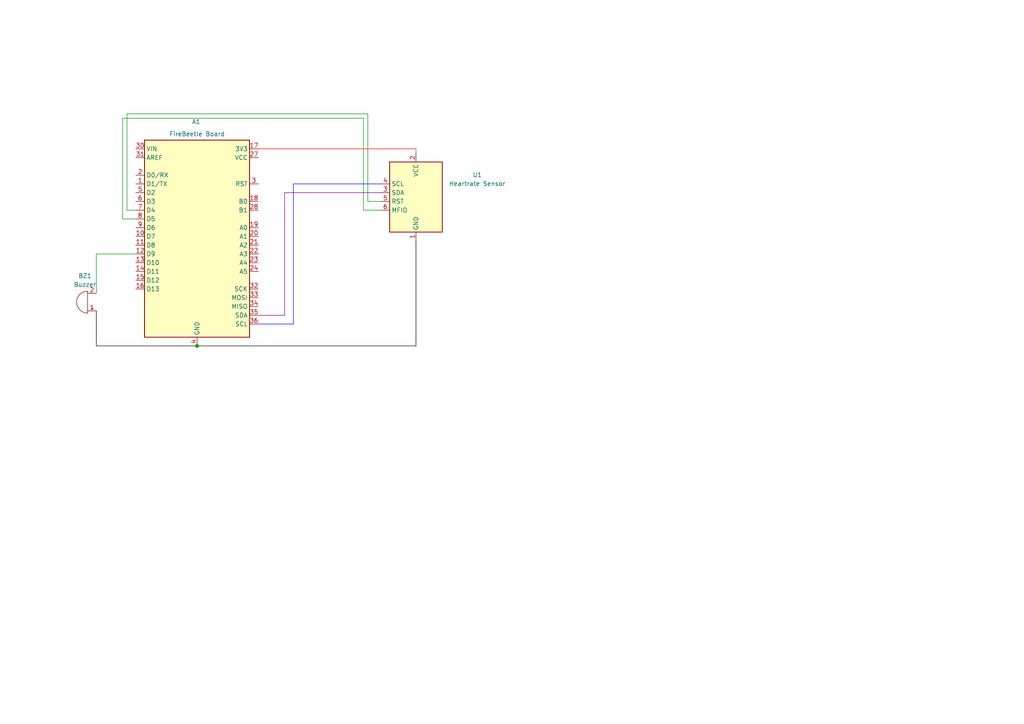
<source format=kicad_sch>
(kicad_sch (version 20250114) (generator "eeschema") (generator_version "9.0")
  (paper "A4")
  (lib_symbols
    (symbol "Device:Buzzer" (pin_names (offset 0.0254) (hide yes))
      (property "Reference" "BZ" (at 3.81 1.27 0))
      (property "Value" "Buzzer" (at 3.81 -1.27 0))
      (symbol "Buzzer_0_1"
        (polyline (pts (xy -1.651 1.905) (xy -1.143 1.905)))
        (polyline (pts (xy -1.397 2.159) (xy -1.397 1.651)))
        (arc (start 0 3.175) (mid 3.1612 0) (end 0 -3.175))
        (polyline (pts (xy 0 3.175) (xy 0 -3.175)))
      )
      (symbol "Buzzer_1_1"
        (pin passive line (at -2.54 2.54 0) (length 2.54) (name "+") (number "1"))
        (pin passive line (at -2.54 -2.54 0) (length 2.54) (name "-") (number "2"))
      )
    )
    (symbol "MCU_Module:Arduino_Nano_ESP32"
      (property "Reference" "A1" (at -0.254 30.734 0))
      (property "Value" "FireBeetle Board" (at 0 27.178 0))
      (symbol "Arduino_Nano_ESP32_0_1"
        (rectangle (start -15.24 25.4) (end 15.24 -31.75) (stroke (width 0.254)) (fill (type background)))
      )
      (symbol "Arduino_Nano_ESP32_1_1"
        (pin power_in line (at -17.78 22.86 0) (length 2.54) (name "VIN") (number "30"))
        (pin power_in line (at -17.78 20.32 0) (length 2.54) (name "AREF") (number "31"))
        (pin bidirectional line (at -17.78 15.24 0) (length 2.54) (name "D0/RX") (number "2"))
        (pin bidirectional line (at -17.78 12.7 0) (length 2.54) (name "D1/TX") (number "1"))
        (pin bidirectional line (at -17.78 10.16 0) (length 2.54) (name "D2") (number "5"))
        (pin bidirectional line (at -17.78 7.62 0) (length 2.54) (name "D3") (number "6"))
        (pin bidirectional line (at -17.78 5.08 0) (length 2.54) (name "D4") (number "7"))
        (pin bidirectional line (at -17.78 2.54 0) (length 2.54) (name "D5") (number "8"))
        (pin bidirectional line (at -17.78 0 0) (length 2.54) (name "D6") (number "9"))
        (pin bidirectional line (at -17.78 -2.54 0) (length 2.54) (name "D7") (number "10"))
        (pin bidirectional line (at -17.78 -5.08 0) (length 2.54) (name "D8") (number "11"))
        (pin bidirectional line (at -17.78 -7.62 0) (length 2.54) (name "D9") (number "12"))
        (pin bidirectional line (at -17.78 -10.16 0) (length 2.54) (name "D10") (number "13"))
        (pin bidirectional line (at -17.78 -12.7 0) (length 2.54) (name "D11") (number "14"))
        (pin bidirectional line (at -17.78 -15.24 0) (length 2.54) (name "D12") (number "15"))
        (pin bidirectional line (at -17.78 -17.78 0) (length 2.54) (name "D13") (number "16"))
        (pin passive line (at 0 -34.29 90) (length 2.54) (hide yes) (name "GND") (number "29"))
        (pin power_in line (at 0 -34.29 90) (length 2.54) (name "GND") (number "4"))
        (pin power_out line (at 17.78 22.86 180) (length 2.54) (name "3V3") (number "17"))
        (pin power_out line (at 17.78 20.32 180) (length 2.54) (name "VCC") (number "27"))
        (pin input line (at 17.78 12.7 180) (length 2.54) (name "RST") (number "3"))
        (pin bidirectional line (at 17.78 7.62 180) (length 2.54) (name "B0") (number "18"))
        (pin bidirectional line (at 17.78 5.08 180) (length 2.54) (name "B1") (number "28"))
        (pin bidirectional line (at 17.78 0 180) (length 2.54) (name "A0") (number "19"))
        (pin bidirectional line (at 17.78 -2.54 180) (length 2.54) (name "A1") (number "20"))
        (pin bidirectional line (at 17.78 -5.08 180) (length 2.54) (name "A2") (number "21"))
        (pin bidirectional line (at 17.78 -7.62 180) (length 2.54) (name "A3") (number "22"))
        (pin bidirectional line (at 17.78 -10.16 180) (length 2.54) (name "A4") (number "23"))
        (pin bidirectional line (at 17.78 -12.7 180) (length 2.54) (name "A5") (number "24"))
        (pin bidirectional line (at 17.78 -17.78 180) (length 2.54) (name "SCK") (number "32"))
        (pin bidirectional line (at 17.78 -20.32 180) (length 2.54) (name "MOSI") (number "33"))
        (pin bidirectional line (at 17.78 -22.86 180) (length 2.54) (name "MISO") (number "34"))
        (pin bidirectional line (at 17.78 -25.4 180) (length 2.54) (name "SDA") (number "35"))
        (pin bidirectional line (at 17.78 -27.94 180) (length 2.54) (name "SCL") (number "36"))
      )
    )
    (symbol "Sensor:MAX30102"
      (property "Reference" "U1" (at 17.78 6.4202 0))
      (property "Value" "Heartrate Sensor" (at 17.78 3.8802 0))
      (symbol "MAX30102_0_1"
        (rectangle (start -7.62 10.16) (end 7.62 -10.16) (stroke (width 0.254)) (fill (type background)))
      )
      (symbol "MAX30102_1_1"
        (pin input line (at -10.16 3.81 0) (length 2.54) (name "SCL") (number "4"))
        (pin bidirectional line (at -10.16 1.27 0) (length 2.54) (name "SDA") (number "3"))
        (pin output line (at -10.16 -1.27 0) (length 2.54) (name "RST") (number "5"))
        (pin output line (at -10.16 -3.81 0) (length 2.54) (name "MFIO") (number "6"))
        (pin no_connect line (at -7.62 5.08 0) (length 2.54) (hide yes) (name "NC") (number "1"))
        (pin no_connect line (at -7.62 -2.54 0) (length 2.54) (hide yes) (name "NC") (number "7"))
        (pin passive line (at 0 12.7 270) (length 2.54) (hide yes) (name "VLED+") (number "10"))
        (pin power_in line (at 0 12.7 270) (length 2.54) (name "VCC") (number "2"))
        (pin power_in line (at 0 -12.7 90) (length 2.54) (name "GND") (number "1"))
        (pin no_connect line (at 7.62 5.08 180) (length 2.54) (hide yes) (name "NC") (number "8"))
        (pin no_connect line (at 7.62 2.54 180) (length 2.54) (hide yes) (name "NC") (number "14"))
        (pin no_connect line (at 7.62 -5.08 180) (length 2.54) (hide yes) (name "NC") (number "6"))
        (pin no_connect line (at 7.62 -7.62 180) (length 2.54) (hide yes) (name "NC") (number "5"))
      )
    )
  )
  (junction (at 57.15 100.33))
  (wire (pts (xy 27.94 73.66) (xy 39.37 73.66)))
  (wire (pts (xy 120.65 69.85) (xy 120.65 100.33)) (stroke (width 0) (color 0 0 0 1)))
  (wire (pts (xy 35.56 63.5) (xy 39.37 63.5)))
  (wire (pts (xy 27.94 85.09) (xy 27.94 73.66)))
  (wire (pts (xy 36.83 60.96) (xy 39.37 60.96)))
  (wire (pts (xy 36.83 33.02) (xy 36.83 60.96)))
  (wire (pts (xy 85.09 93.98) (xy 85.09 53.34)) (stroke (width 0) (color 0 0 255 1)))
  (wire (pts (xy 120.65 44.45) (xy 120.65 43.18)))
  (wire (pts (xy 74.93 93.98) (xy 85.09 93.98)) (stroke (width 0) (color 0 0 255 1)))
  (wire (pts (xy 106.68 33.02) (xy 36.83 33.02)))
  (wire (pts (xy 120.65 100.33) (xy 57.15 100.33)) (stroke (width 0) (color 0 0 0 1)))
  (wire (pts (xy 110.49 58.42) (xy 106.68 58.42)))
  (wire (pts (xy 27.94 100.33) (xy 57.15 100.33)) (stroke (width 0) (color 0 0 0 1)))
  (wire (pts (xy 74.93 91.44) (xy 82.55 91.44)) (stroke (width 0) (color 140 0 118 1)))
  (wire (pts (xy 82.55 55.88) (xy 110.49 55.88)) (stroke (width 0) (color 140 0 118 1)))
  (wire (pts (xy 110.49 60.96) (xy 105.41 60.96)))
  (wire (pts (xy 85.09 53.34) (xy 110.49 53.34)) (stroke (width 0) (color 0 0 255 1)))
  (wire (pts (xy 105.41 60.96) (xy 105.41 34.29)))
  (wire (pts (xy 35.56 34.29) (xy 35.56 63.5)))
  (wire (pts (xy 74.93 43.18) (xy 120.65 43.18)) (stroke (width 0) (color 255 0 0 1)))
  (wire (pts (xy 82.55 91.44) (xy 82.55 55.88)) (stroke (width 0) (color 140 0 118 1)))
  (wire (pts (xy 105.41 34.29) (xy 35.56 34.29)))
  (wire (pts (xy 106.68 58.42) (xy 106.68 33.02)))
  (wire (pts (xy 27.94 90.17) (xy 27.94 100.33)) (stroke (width 0) (color 0 0 0 1)))
  (symbol (lib_id "Device:Buzzer") (at 25.4 87.63 180) (unit 1)
    (property "Reference" "BZ1" (at 24.6449 80.01 0))
    (property "Value" "Buzzer" (at 24.6449 82.55 0))
    (property "Description" "Buzzer, polarized" (effects (hide yes)))
  )
  (symbol (lib_id "MCU_Module:Arduino_Nano_ESP32") (at 57.15 66.04 0) (unit 1)
    (property "Reference" "A1" (at 56.896 35.306 0))
    (property "Value" "FireBeetle Board" (at 57.15 38.862 0))
    (property "Footprint" "Module:Arduino_Nano" (effects (hide yes)))
    (property "Datasheet" "https://docs.arduino.cc/resources/datasheets/ABX00083-datasheet.pdf" (effects (hide yes)))
    (property "Description" "Arduino Nano board based on the ESP32-S3 with a dual-core 240 MHz processor, 384 kB ROM, 512 kB SRAM. Operates at 3.3V, with 5V USB-C® input and 6-21V VIN. Features Wi-Fi®, Bluetooth® LE, digital and analog pins, and supports SPI, I2C, UART, I2S, and CAN." (effects (hide yes)))
  )
  (symbol (lib_id "Sensor:MAX30102") (at 120.65 57.15 0) (unit 1)
    (property "Reference" "U1" (at 138.43 50.7298 0))
    (property "Value" "Heartrate Sensor" (at 138.43 53.2698 0))
    (property "Footprint" "OptoDevice:Maxim_OLGA-14_3.3x5.6mm_P0.8mm" (effects (hide yes)))
    (property "Datasheet" "https://datasheets.maximintegrated.com/en/ds/MAX30102.pdf" (effects (hide yes)))
    (property "Description" "Heart Rate Sensor, 14-OLGA" (effects (hide yes)))
  )
)
</source>
